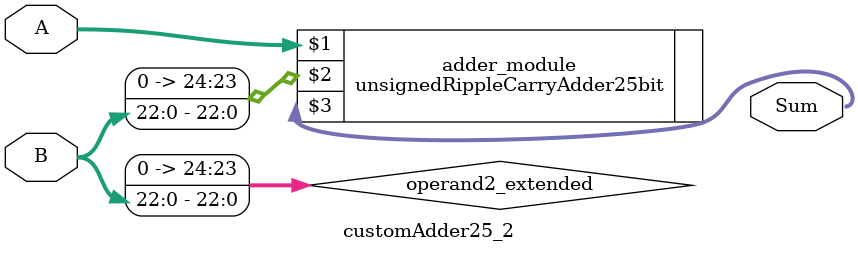
<source format=v>

module customAdder25_2(
                    input [24 : 0] A,
                    input [22 : 0] B,
                    
                    output [25 : 0] Sum
            );

    wire [24 : 0] operand2_extended;
    
    assign operand2_extended =  {2'b0, B};
    
    unsignedRippleCarryAdder25bit adder_module(
        A,
        operand2_extended,
        Sum
    );
    
endmodule
        
</source>
